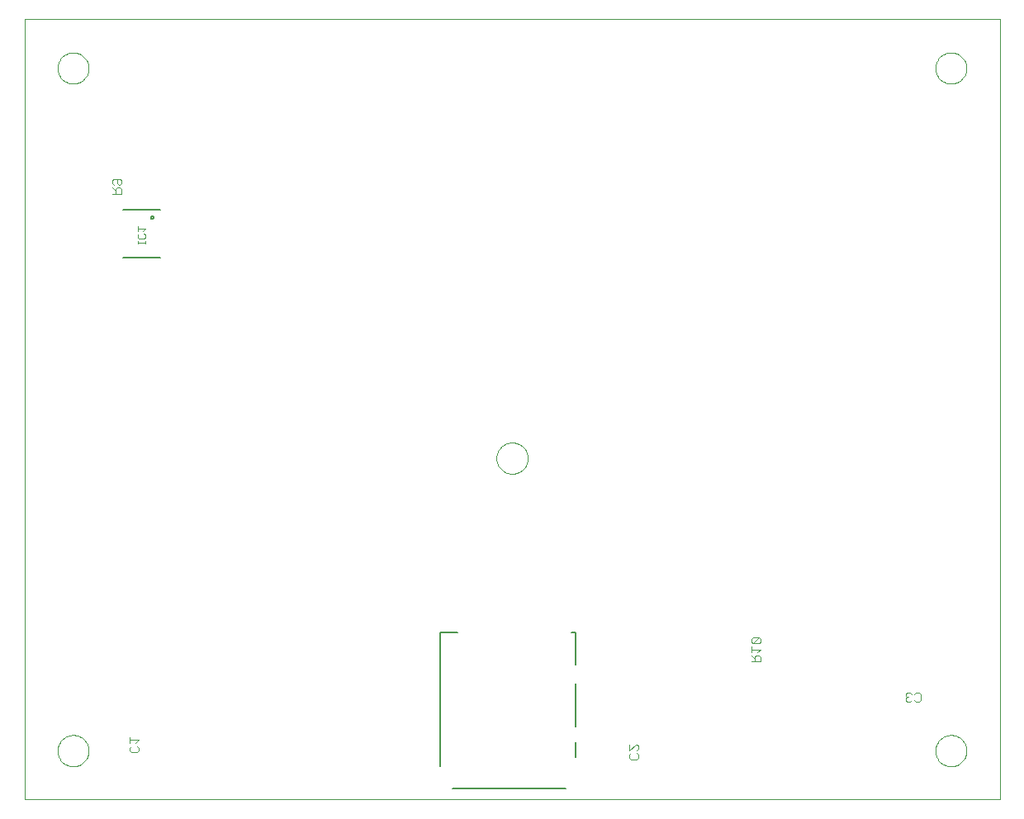
<source format=gbo>
G75*
%MOIN*%
%OFA0B0*%
%FSLAX24Y24*%
%IPPOS*%
%LPD*%
%AMOC8*
5,1,8,0,0,1.08239X$1,22.5*
%
%ADD10C,0.0000*%
%ADD11C,0.0030*%
%ADD12C,0.0059*%
%ADD13C,0.0079*%
D10*
X000179Y000847D02*
X000179Y032343D01*
X039549Y032343D01*
X039549Y000847D01*
X000179Y000847D01*
X001517Y002816D02*
X001519Y002866D01*
X001525Y002916D01*
X001535Y002965D01*
X001549Y003013D01*
X001566Y003060D01*
X001587Y003105D01*
X001612Y003149D01*
X001640Y003190D01*
X001672Y003229D01*
X001706Y003266D01*
X001743Y003300D01*
X001783Y003330D01*
X001825Y003357D01*
X001869Y003381D01*
X001915Y003402D01*
X001962Y003418D01*
X002010Y003431D01*
X002060Y003440D01*
X002109Y003445D01*
X002160Y003446D01*
X002210Y003443D01*
X002259Y003436D01*
X002308Y003425D01*
X002356Y003410D01*
X002402Y003392D01*
X002447Y003370D01*
X002490Y003344D01*
X002531Y003315D01*
X002570Y003283D01*
X002606Y003248D01*
X002638Y003210D01*
X002668Y003170D01*
X002695Y003127D01*
X002718Y003083D01*
X002737Y003037D01*
X002753Y002989D01*
X002765Y002940D01*
X002773Y002891D01*
X002777Y002841D01*
X002777Y002791D01*
X002773Y002741D01*
X002765Y002692D01*
X002753Y002643D01*
X002737Y002595D01*
X002718Y002549D01*
X002695Y002505D01*
X002668Y002462D01*
X002638Y002422D01*
X002606Y002384D01*
X002570Y002349D01*
X002531Y002317D01*
X002490Y002288D01*
X002447Y002262D01*
X002402Y002240D01*
X002356Y002222D01*
X002308Y002207D01*
X002259Y002196D01*
X002210Y002189D01*
X002160Y002186D01*
X002109Y002187D01*
X002060Y002192D01*
X002010Y002201D01*
X001962Y002214D01*
X001915Y002230D01*
X001869Y002251D01*
X001825Y002275D01*
X001783Y002302D01*
X001743Y002332D01*
X001706Y002366D01*
X001672Y002403D01*
X001640Y002442D01*
X001612Y002483D01*
X001587Y002527D01*
X001566Y002572D01*
X001549Y002619D01*
X001535Y002667D01*
X001525Y002716D01*
X001519Y002766D01*
X001517Y002816D01*
X019234Y014627D02*
X019236Y014677D01*
X019242Y014727D01*
X019252Y014776D01*
X019266Y014824D01*
X019283Y014871D01*
X019304Y014916D01*
X019329Y014960D01*
X019357Y015001D01*
X019389Y015040D01*
X019423Y015077D01*
X019460Y015111D01*
X019500Y015141D01*
X019542Y015168D01*
X019586Y015192D01*
X019632Y015213D01*
X019679Y015229D01*
X019727Y015242D01*
X019777Y015251D01*
X019826Y015256D01*
X019877Y015257D01*
X019927Y015254D01*
X019976Y015247D01*
X020025Y015236D01*
X020073Y015221D01*
X020119Y015203D01*
X020164Y015181D01*
X020207Y015155D01*
X020248Y015126D01*
X020287Y015094D01*
X020323Y015059D01*
X020355Y015021D01*
X020385Y014981D01*
X020412Y014938D01*
X020435Y014894D01*
X020454Y014848D01*
X020470Y014800D01*
X020482Y014751D01*
X020490Y014702D01*
X020494Y014652D01*
X020494Y014602D01*
X020490Y014552D01*
X020482Y014503D01*
X020470Y014454D01*
X020454Y014406D01*
X020435Y014360D01*
X020412Y014316D01*
X020385Y014273D01*
X020355Y014233D01*
X020323Y014195D01*
X020287Y014160D01*
X020248Y014128D01*
X020207Y014099D01*
X020164Y014073D01*
X020119Y014051D01*
X020073Y014033D01*
X020025Y014018D01*
X019976Y014007D01*
X019927Y014000D01*
X019877Y013997D01*
X019826Y013998D01*
X019777Y014003D01*
X019727Y014012D01*
X019679Y014025D01*
X019632Y014041D01*
X019586Y014062D01*
X019542Y014086D01*
X019500Y014113D01*
X019460Y014143D01*
X019423Y014177D01*
X019389Y014214D01*
X019357Y014253D01*
X019329Y014294D01*
X019304Y014338D01*
X019283Y014383D01*
X019266Y014430D01*
X019252Y014478D01*
X019242Y014527D01*
X019236Y014577D01*
X019234Y014627D01*
X036950Y002816D02*
X036952Y002866D01*
X036958Y002916D01*
X036968Y002965D01*
X036982Y003013D01*
X036999Y003060D01*
X037020Y003105D01*
X037045Y003149D01*
X037073Y003190D01*
X037105Y003229D01*
X037139Y003266D01*
X037176Y003300D01*
X037216Y003330D01*
X037258Y003357D01*
X037302Y003381D01*
X037348Y003402D01*
X037395Y003418D01*
X037443Y003431D01*
X037493Y003440D01*
X037542Y003445D01*
X037593Y003446D01*
X037643Y003443D01*
X037692Y003436D01*
X037741Y003425D01*
X037789Y003410D01*
X037835Y003392D01*
X037880Y003370D01*
X037923Y003344D01*
X037964Y003315D01*
X038003Y003283D01*
X038039Y003248D01*
X038071Y003210D01*
X038101Y003170D01*
X038128Y003127D01*
X038151Y003083D01*
X038170Y003037D01*
X038186Y002989D01*
X038198Y002940D01*
X038206Y002891D01*
X038210Y002841D01*
X038210Y002791D01*
X038206Y002741D01*
X038198Y002692D01*
X038186Y002643D01*
X038170Y002595D01*
X038151Y002549D01*
X038128Y002505D01*
X038101Y002462D01*
X038071Y002422D01*
X038039Y002384D01*
X038003Y002349D01*
X037964Y002317D01*
X037923Y002288D01*
X037880Y002262D01*
X037835Y002240D01*
X037789Y002222D01*
X037741Y002207D01*
X037692Y002196D01*
X037643Y002189D01*
X037593Y002186D01*
X037542Y002187D01*
X037493Y002192D01*
X037443Y002201D01*
X037395Y002214D01*
X037348Y002230D01*
X037302Y002251D01*
X037258Y002275D01*
X037216Y002302D01*
X037176Y002332D01*
X037139Y002366D01*
X037105Y002403D01*
X037073Y002442D01*
X037045Y002483D01*
X037020Y002527D01*
X036999Y002572D01*
X036982Y002619D01*
X036968Y002667D01*
X036958Y002716D01*
X036952Y002766D01*
X036950Y002816D01*
X036950Y030375D02*
X036952Y030425D01*
X036958Y030475D01*
X036968Y030524D01*
X036982Y030572D01*
X036999Y030619D01*
X037020Y030664D01*
X037045Y030708D01*
X037073Y030749D01*
X037105Y030788D01*
X037139Y030825D01*
X037176Y030859D01*
X037216Y030889D01*
X037258Y030916D01*
X037302Y030940D01*
X037348Y030961D01*
X037395Y030977D01*
X037443Y030990D01*
X037493Y030999D01*
X037542Y031004D01*
X037593Y031005D01*
X037643Y031002D01*
X037692Y030995D01*
X037741Y030984D01*
X037789Y030969D01*
X037835Y030951D01*
X037880Y030929D01*
X037923Y030903D01*
X037964Y030874D01*
X038003Y030842D01*
X038039Y030807D01*
X038071Y030769D01*
X038101Y030729D01*
X038128Y030686D01*
X038151Y030642D01*
X038170Y030596D01*
X038186Y030548D01*
X038198Y030499D01*
X038206Y030450D01*
X038210Y030400D01*
X038210Y030350D01*
X038206Y030300D01*
X038198Y030251D01*
X038186Y030202D01*
X038170Y030154D01*
X038151Y030108D01*
X038128Y030064D01*
X038101Y030021D01*
X038071Y029981D01*
X038039Y029943D01*
X038003Y029908D01*
X037964Y029876D01*
X037923Y029847D01*
X037880Y029821D01*
X037835Y029799D01*
X037789Y029781D01*
X037741Y029766D01*
X037692Y029755D01*
X037643Y029748D01*
X037593Y029745D01*
X037542Y029746D01*
X037493Y029751D01*
X037443Y029760D01*
X037395Y029773D01*
X037348Y029789D01*
X037302Y029810D01*
X037258Y029834D01*
X037216Y029861D01*
X037176Y029891D01*
X037139Y029925D01*
X037105Y029962D01*
X037073Y030001D01*
X037045Y030042D01*
X037020Y030086D01*
X036999Y030131D01*
X036982Y030178D01*
X036968Y030226D01*
X036958Y030275D01*
X036952Y030325D01*
X036950Y030375D01*
X001517Y030375D02*
X001519Y030425D01*
X001525Y030475D01*
X001535Y030524D01*
X001549Y030572D01*
X001566Y030619D01*
X001587Y030664D01*
X001612Y030708D01*
X001640Y030749D01*
X001672Y030788D01*
X001706Y030825D01*
X001743Y030859D01*
X001783Y030889D01*
X001825Y030916D01*
X001869Y030940D01*
X001915Y030961D01*
X001962Y030977D01*
X002010Y030990D01*
X002060Y030999D01*
X002109Y031004D01*
X002160Y031005D01*
X002210Y031002D01*
X002259Y030995D01*
X002308Y030984D01*
X002356Y030969D01*
X002402Y030951D01*
X002447Y030929D01*
X002490Y030903D01*
X002531Y030874D01*
X002570Y030842D01*
X002606Y030807D01*
X002638Y030769D01*
X002668Y030729D01*
X002695Y030686D01*
X002718Y030642D01*
X002737Y030596D01*
X002753Y030548D01*
X002765Y030499D01*
X002773Y030450D01*
X002777Y030400D01*
X002777Y030350D01*
X002773Y030300D01*
X002765Y030251D01*
X002753Y030202D01*
X002737Y030154D01*
X002718Y030108D01*
X002695Y030064D01*
X002668Y030021D01*
X002638Y029981D01*
X002606Y029943D01*
X002570Y029908D01*
X002531Y029876D01*
X002490Y029847D01*
X002447Y029821D01*
X002402Y029799D01*
X002356Y029781D01*
X002308Y029766D01*
X002259Y029755D01*
X002210Y029748D01*
X002160Y029745D01*
X002109Y029746D01*
X002060Y029751D01*
X002010Y029760D01*
X001962Y029773D01*
X001915Y029789D01*
X001869Y029810D01*
X001825Y029834D01*
X001783Y029861D01*
X001743Y029891D01*
X001706Y029925D01*
X001672Y029962D01*
X001640Y030001D01*
X001612Y030042D01*
X001587Y030086D01*
X001566Y030131D01*
X001549Y030178D01*
X001535Y030226D01*
X001525Y030275D01*
X001519Y030325D01*
X001517Y030375D01*
D11*
X003798Y025908D02*
X004040Y025908D01*
X004101Y025847D01*
X004101Y025726D01*
X004040Y025665D01*
X003980Y025665D01*
X003919Y025726D01*
X003919Y025908D01*
X003798Y025908D02*
X003737Y025847D01*
X003737Y025726D01*
X003798Y025665D01*
X003737Y025546D02*
X003858Y025424D01*
X003858Y025485D02*
X003858Y025303D01*
X003737Y025303D02*
X004101Y025303D01*
X004101Y025485D01*
X004040Y025546D01*
X003919Y025546D01*
X003858Y025485D01*
X004751Y024003D02*
X004751Y023800D01*
X004751Y023901D02*
X005056Y023901D01*
X004954Y023800D01*
X005005Y023695D02*
X005056Y023644D01*
X005056Y023542D01*
X005005Y023491D01*
X004802Y023491D01*
X004751Y023542D01*
X004751Y023644D01*
X004802Y023695D01*
X004751Y023388D02*
X004751Y023286D01*
X004751Y023337D02*
X005056Y023337D01*
X005056Y023286D02*
X005056Y023388D01*
X004418Y003365D02*
X004418Y003122D01*
X004418Y003243D02*
X004782Y003243D01*
X004661Y003122D01*
X004721Y003002D02*
X004782Y002942D01*
X004782Y002820D01*
X004721Y002760D01*
X004479Y002760D01*
X004418Y002820D01*
X004418Y002942D01*
X004479Y003002D01*
X024603Y003073D02*
X024603Y002831D01*
X024846Y003073D01*
X024907Y003073D01*
X024967Y003013D01*
X024967Y002891D01*
X024907Y002831D01*
X024907Y002711D02*
X024967Y002650D01*
X024967Y002529D01*
X024907Y002468D01*
X024664Y002468D01*
X024603Y002529D01*
X024603Y002650D01*
X024664Y002711D01*
X029524Y006421D02*
X029888Y006421D01*
X029888Y006603D01*
X029828Y006664D01*
X029706Y006664D01*
X029646Y006603D01*
X029646Y006421D01*
X029646Y006542D02*
X029524Y006664D01*
X029524Y006783D02*
X029524Y007026D01*
X029524Y006905D02*
X029888Y006905D01*
X029767Y006783D01*
X029828Y007146D02*
X029585Y007146D01*
X029828Y007389D01*
X029585Y007389D01*
X029524Y007328D01*
X029524Y007207D01*
X029585Y007146D01*
X029828Y007146D02*
X029888Y007207D01*
X029888Y007328D01*
X029828Y007389D01*
X035748Y005103D02*
X035748Y005042D01*
X035809Y004981D01*
X035748Y004921D01*
X035748Y004860D01*
X035809Y004799D01*
X035930Y004799D01*
X035991Y004860D01*
X036110Y004860D02*
X036171Y004799D01*
X036292Y004799D01*
X036353Y004860D01*
X036353Y005103D01*
X036292Y005163D01*
X036171Y005163D01*
X036110Y005103D01*
X035991Y005103D02*
X035930Y005163D01*
X035809Y005163D01*
X035748Y005103D01*
X035809Y004981D02*
X035869Y004981D01*
D12*
X022423Y005513D02*
X022423Y003780D01*
X022423Y003150D02*
X022423Y002560D01*
X022029Y001300D02*
X017462Y001300D01*
X016970Y002206D02*
X016970Y007580D01*
X017659Y007580D01*
X022265Y007580D02*
X022423Y007580D01*
X022423Y006300D01*
D13*
X005651Y022717D02*
X004155Y022717D01*
X005280Y024351D02*
X005282Y024365D01*
X005288Y024379D01*
X005296Y024391D01*
X005308Y024399D01*
X005322Y024405D01*
X005336Y024407D01*
X005350Y024405D01*
X005364Y024399D01*
X005376Y024391D01*
X005384Y024379D01*
X005390Y024365D01*
X005392Y024351D01*
X005390Y024337D01*
X005384Y024323D01*
X005376Y024311D01*
X005364Y024303D01*
X005350Y024297D01*
X005336Y024295D01*
X005322Y024297D01*
X005308Y024303D01*
X005296Y024311D01*
X005288Y024323D01*
X005282Y024337D01*
X005280Y024351D01*
X005651Y024646D02*
X004155Y024646D01*
M02*

</source>
